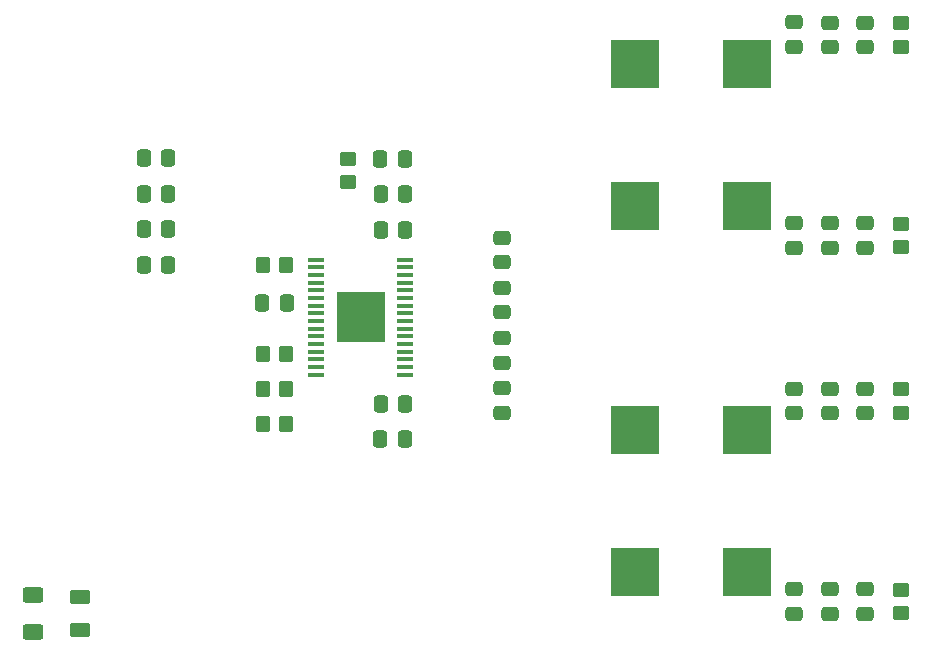
<source format=gbr>
%TF.GenerationSoftware,KiCad,Pcbnew,7.0.6*%
%TF.CreationDate,2023-10-07T14:34:09+02:00*%
%TF.ProjectId,TPA3116 amplifier,54504133-3131-4362-9061-6d706c696669,rev?*%
%TF.SameCoordinates,Original*%
%TF.FileFunction,Paste,Top*%
%TF.FilePolarity,Positive*%
%FSLAX46Y46*%
G04 Gerber Fmt 4.6, Leading zero omitted, Abs format (unit mm)*
G04 Created by KiCad (PCBNEW 7.0.6) date 2023-10-07 14:34:09*
%MOMM*%
%LPD*%
G01*
G04 APERTURE LIST*
G04 Aperture macros list*
%AMRoundRect*
0 Rectangle with rounded corners*
0 $1 Rounding radius*
0 $2 $3 $4 $5 $6 $7 $8 $9 X,Y pos of 4 corners*
0 Add a 4 corners polygon primitive as box body*
4,1,4,$2,$3,$4,$5,$6,$7,$8,$9,$2,$3,0*
0 Add four circle primitives for the rounded corners*
1,1,$1+$1,$2,$3*
1,1,$1+$1,$4,$5*
1,1,$1+$1,$6,$7*
1,1,$1+$1,$8,$9*
0 Add four rect primitives between the rounded corners*
20,1,$1+$1,$2,$3,$4,$5,0*
20,1,$1+$1,$4,$5,$6,$7,0*
20,1,$1+$1,$6,$7,$8,$9,0*
20,1,$1+$1,$8,$9,$2,$3,0*%
G04 Aperture macros list end*
%ADD10RoundRect,0.250000X0.625000X-0.400000X0.625000X0.400000X-0.625000X0.400000X-0.625000X-0.400000X0*%
%ADD11RoundRect,0.250000X0.625000X-0.375000X0.625000X0.375000X-0.625000X0.375000X-0.625000X-0.375000X0*%
%ADD12RoundRect,0.250000X0.475000X-0.337500X0.475000X0.337500X-0.475000X0.337500X-0.475000X-0.337500X0*%
%ADD13RoundRect,0.250000X-0.337500X-0.475000X0.337500X-0.475000X0.337500X0.475000X-0.337500X0.475000X0*%
%ADD14R,1.475000X0.450000*%
%ADD15R,4.110000X4.360000*%
%ADD16RoundRect,0.250000X0.450000X-0.350000X0.450000X0.350000X-0.450000X0.350000X-0.450000X-0.350000X0*%
%ADD17RoundRect,0.250000X-0.350000X-0.450000X0.350000X-0.450000X0.350000X0.450000X-0.350000X0.450000X0*%
%ADD18R,4.100000X4.100000*%
%ADD19RoundRect,0.250000X0.337500X0.475000X-0.337500X0.475000X-0.337500X-0.475000X0.337500X-0.475000X0*%
%ADD20RoundRect,0.250000X-0.450000X0.350000X-0.450000X-0.350000X0.450000X-0.350000X0.450000X0.350000X0*%
%ADD21RoundRect,0.250000X-0.475000X0.337500X-0.475000X-0.337500X0.475000X-0.337500X0.475000X0.337500X0*%
%ADD22RoundRect,0.250000X0.350000X0.450000X-0.350000X0.450000X-0.350000X-0.450000X0.350000X-0.450000X0*%
G04 APERTURE END LIST*
D10*
%TO.C,R10*%
X107500000Y-114050000D03*
X107500000Y-110950000D03*
%TD*%
D11*
%TO.C,D1*%
X111500000Y-113900000D03*
X111500000Y-111100000D03*
%TD*%
D12*
%TO.C,C30*%
X178000000Y-112537500D03*
X178000000Y-110462500D03*
%TD*%
D13*
%TO.C,C11*%
X136962500Y-97750000D03*
X139037500Y-97750000D03*
%TD*%
D12*
%TO.C,C18*%
X147250000Y-95500000D03*
X147250000Y-93425000D03*
%TD*%
D13*
%TO.C,C6*%
X137000000Y-80000000D03*
X139075000Y-80000000D03*
%TD*%
D14*
%TO.C,IC1*%
X131500000Y-82550000D03*
X131500000Y-83200000D03*
X131500000Y-83850000D03*
X131500000Y-84500000D03*
X131500000Y-85150000D03*
X131500000Y-85800000D03*
X131500000Y-86450000D03*
X131500000Y-87100000D03*
X131500000Y-87750000D03*
X131500000Y-88400000D03*
X131500000Y-89050000D03*
X131500000Y-89700000D03*
X131500000Y-90350000D03*
X131500000Y-91000000D03*
X131500000Y-91650000D03*
X131500000Y-92300000D03*
X139076000Y-92300000D03*
X139076000Y-91650000D03*
X139076000Y-91000000D03*
X139076000Y-90350000D03*
X139076000Y-89700000D03*
X139076000Y-89050000D03*
X139076000Y-88400000D03*
X139076000Y-87750000D03*
X139076000Y-87100000D03*
X139076000Y-86450000D03*
X139076000Y-85800000D03*
X139076000Y-85150000D03*
X139076000Y-84500000D03*
X139076000Y-83850000D03*
X139076000Y-83200000D03*
X139076000Y-82550000D03*
D15*
X135288000Y-87425000D03*
%TD*%
D16*
%TO.C,R9*%
X181000000Y-112500000D03*
X181000000Y-110500000D03*
%TD*%
D17*
%TO.C,R2*%
X127000000Y-90550000D03*
X129000000Y-90550000D03*
%TD*%
D18*
%TO.C,L1*%
X158500000Y-66000000D03*
X168000000Y-66000000D03*
%TD*%
D16*
%TO.C,R7*%
X181000000Y-81500000D03*
X181000000Y-79500000D03*
%TD*%
D13*
%TO.C,C4*%
X116925000Y-83000000D03*
X119000000Y-83000000D03*
%TD*%
D18*
%TO.C,L3*%
X158500000Y-97000000D03*
X168000000Y-97000000D03*
%TD*%
D13*
%TO.C,C1*%
X116925000Y-73970000D03*
X119000000Y-73970000D03*
%TD*%
%TO.C,C2*%
X116925000Y-76980000D03*
X119000000Y-76980000D03*
%TD*%
D18*
%TO.C,L4*%
X158500000Y-109000000D03*
X168000000Y-109000000D03*
%TD*%
D12*
%TO.C,C28*%
X175000000Y-112537500D03*
X175000000Y-110462500D03*
%TD*%
%TO.C,C24*%
X178000000Y-81537500D03*
X178000000Y-79462500D03*
%TD*%
D13*
%TO.C,C10*%
X137000000Y-94750000D03*
X139075000Y-94750000D03*
%TD*%
D18*
%TO.C,L2*%
X158500000Y-78000000D03*
X168000000Y-78000000D03*
%TD*%
D13*
%TO.C,C3*%
X116925000Y-79990000D03*
X119000000Y-79990000D03*
%TD*%
D12*
%TO.C,C23*%
X178000000Y-64575000D03*
X178000000Y-62500000D03*
%TD*%
%TO.C,C29*%
X178000000Y-95537500D03*
X178000000Y-93462500D03*
%TD*%
D17*
%TO.C,R1*%
X127000000Y-83000000D03*
X129000000Y-83000000D03*
%TD*%
D19*
%TO.C,C14*%
X139037500Y-74000000D03*
X136962500Y-74000000D03*
%TD*%
D12*
%TO.C,C16*%
X147250000Y-87000000D03*
X147250000Y-84925000D03*
%TD*%
%TO.C,C22*%
X175000000Y-81537500D03*
X175000000Y-79462500D03*
%TD*%
D20*
%TO.C,R6*%
X181000000Y-62537500D03*
X181000000Y-64537500D03*
%TD*%
D12*
%TO.C,C25*%
X172000000Y-95537500D03*
X172000000Y-93462500D03*
%TD*%
%TO.C,C27*%
X175000000Y-95537500D03*
X175000000Y-93462500D03*
%TD*%
%TO.C,C19*%
X172000000Y-64537500D03*
X172000000Y-62462500D03*
%TD*%
%TO.C,C21*%
X175000000Y-64575000D03*
X175000000Y-62500000D03*
%TD*%
D19*
%TO.C,C5*%
X129037500Y-86250000D03*
X126962500Y-86250000D03*
%TD*%
D13*
%TO.C,C7*%
X137000000Y-77000000D03*
X139075000Y-77000000D03*
%TD*%
D20*
%TO.C,R8*%
X181000000Y-93500000D03*
X181000000Y-95500000D03*
%TD*%
D12*
%TO.C,C26*%
X172000000Y-112537500D03*
X172000000Y-110462500D03*
%TD*%
%TO.C,C20*%
X172000000Y-81537500D03*
X172000000Y-79462500D03*
%TD*%
D17*
%TO.C,R4*%
X127000000Y-96500000D03*
X129000000Y-96500000D03*
%TD*%
D21*
%TO.C,C17*%
X147250000Y-89212500D03*
X147250000Y-91287500D03*
%TD*%
D22*
%TO.C,R3*%
X129000000Y-93500000D03*
X127000000Y-93500000D03*
%TD*%
D20*
%TO.C,R5*%
X134250000Y-74000000D03*
X134250000Y-76000000D03*
%TD*%
D21*
%TO.C,C15*%
X147250000Y-80675000D03*
X147250000Y-82750000D03*
%TD*%
M02*

</source>
